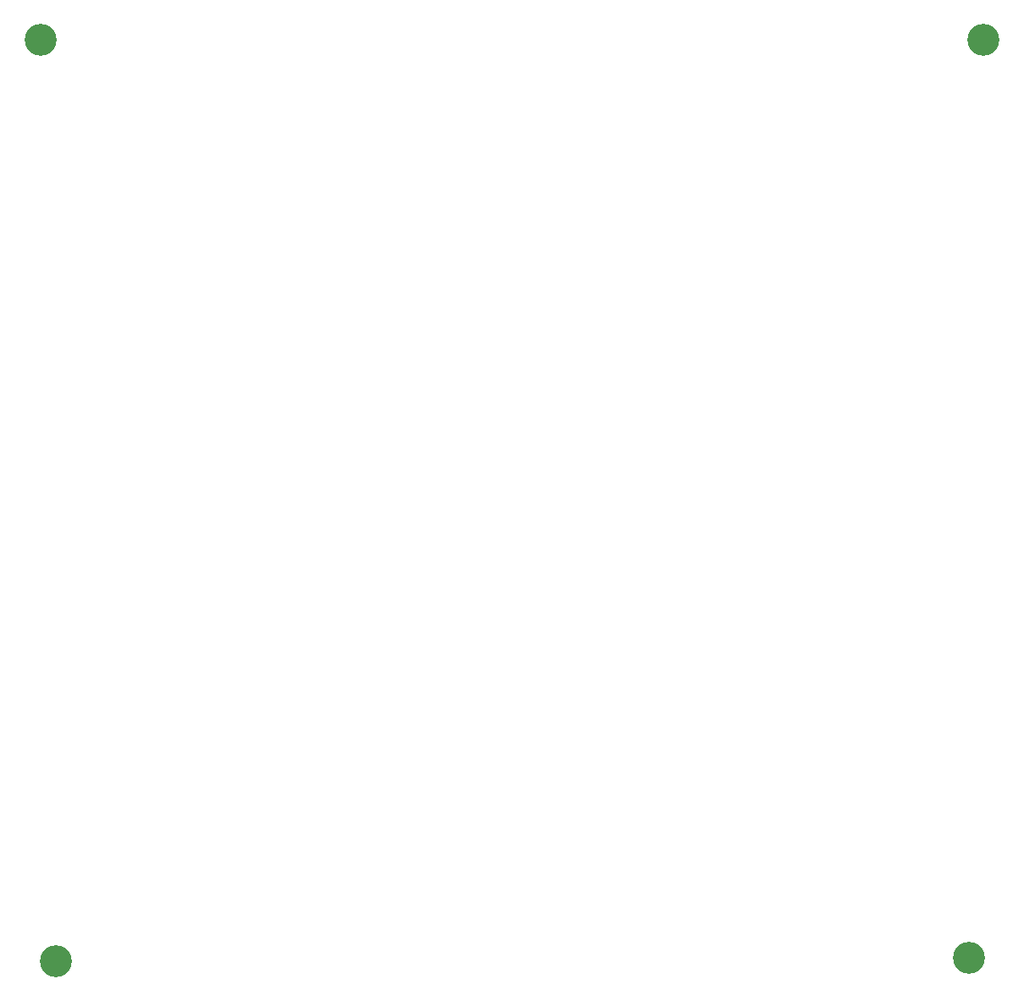
<source format=gbr>
%TF.GenerationSoftware,KiCad,Pcbnew,9.0.5*%
%TF.CreationDate,2026-01-11T12:05:40+10:00*%
%TF.ProjectId,Jet Ranger Front Panel Servo,4a657420-5261-46e6-9765-722046726f6e,1.2*%
%TF.SameCoordinates,Original*%
%TF.FileFunction,NonPlated,1,2,NPTH,Drill*%
%TF.FilePolarity,Positive*%
%FSLAX46Y46*%
G04 Gerber Fmt 4.6, Leading zero omitted, Abs format (unit mm)*
G04 Created by KiCad (PCBNEW 9.0.5) date 2026-01-11 12:05:40*
%MOMM*%
%LPD*%
G01*
G04 APERTURE LIST*
%TA.AperFunction,ComponentDrill*%
%ADD10C,3.200000*%
%TD*%
G04 APERTURE END LIST*
D10*
%TO.C,H3*%
X32300000Y-38800000D03*
%TO.C,H2*%
X33851800Y-130929500D03*
%TO.C,H1*%
X125101000Y-130612200D03*
%TO.C,H4*%
X126589800Y-38832100D03*
M02*

</source>
